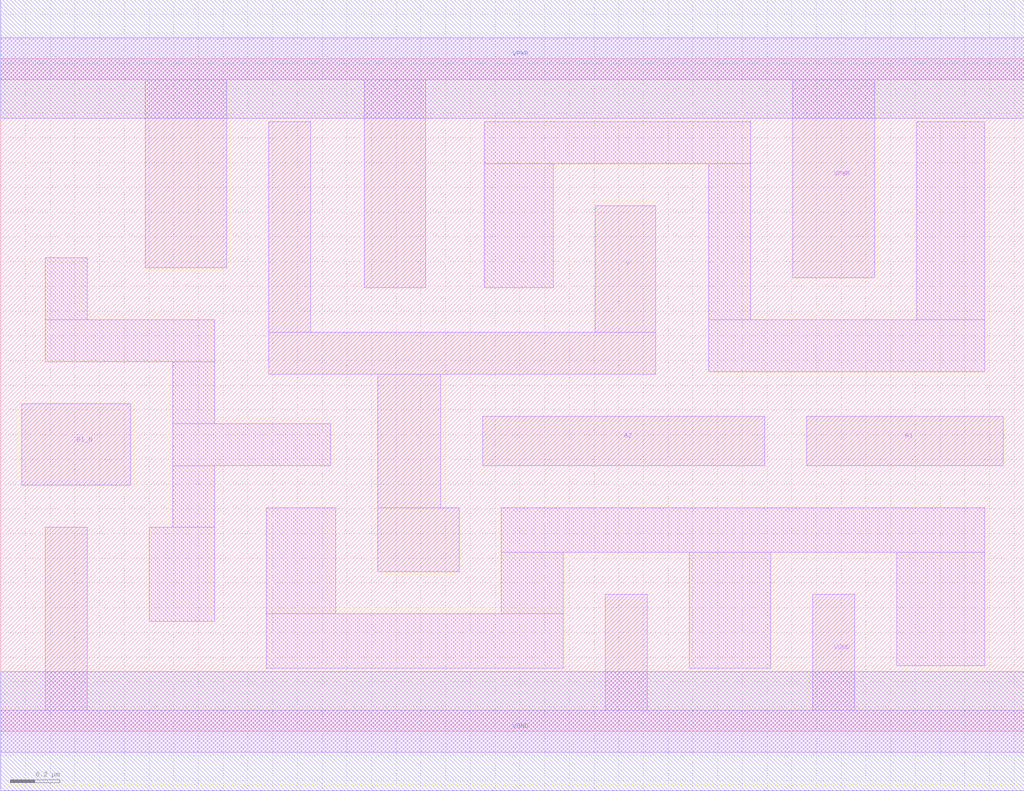
<source format=lef>
# Copyright 2020 The SkyWater PDK Authors
#
# Licensed under the Apache License, Version 2.0 (the "License");
# you may not use this file except in compliance with the License.
# You may obtain a copy of the License at
#
#     https://www.apache.org/licenses/LICENSE-2.0
#
# Unless required by applicable law or agreed to in writing, software
# distributed under the License is distributed on an "AS IS" BASIS,
# WITHOUT WARRANTIES OR CONDITIONS OF ANY KIND, either express or implied.
# See the License for the specific language governing permissions and
# limitations under the License.
#
# SPDX-License-Identifier: Apache-2.0

VERSION 5.5 ;
NAMESCASESENSITIVE ON ;
BUSBITCHARS "[]" ;
DIVIDERCHAR "/" ;
MACRO sky130_fd_sc_hd__o21bai_2
  CLASS CORE ;
  SOURCE USER ;
  ORIGIN  0.000000  0.000000 ;
  SIZE  4.140000 BY  2.720000 ;
  SYMMETRY X Y R90 ;
  SITE unithd ;
  PIN A1
    ANTENNAGATEAREA  0.495000 ;
    DIRECTION INPUT ;
    USE SIGNAL ;
    PORT
      LAYER li1 ;
        RECT 3.260000 1.075000 4.055000 1.275000 ;
    END
  END A1
  PIN A2
    ANTENNAGATEAREA  0.495000 ;
    DIRECTION INPUT ;
    USE SIGNAL ;
    PORT
      LAYER li1 ;
        RECT 1.950000 1.075000 3.090000 1.275000 ;
    END
  END A2
  PIN B1_N
    ANTENNAGATEAREA  0.126000 ;
    DIRECTION INPUT ;
    USE SIGNAL ;
    PORT
      LAYER li1 ;
        RECT 0.085000 0.995000 0.525000 1.325000 ;
    END
  END B1_N
  PIN Y
    ANTENNADIFFAREA  0.715500 ;
    DIRECTION OUTPUT ;
    USE SIGNAL ;
    PORT
      LAYER li1 ;
        RECT 1.085000 1.445000 2.650000 1.615000 ;
        RECT 1.085000 1.615000 1.255000 2.465000 ;
        RECT 1.525000 0.645000 1.855000 0.905000 ;
        RECT 1.525000 0.905000 1.780000 1.445000 ;
        RECT 2.405000 1.615000 2.650000 2.125000 ;
    END
  END Y
  PIN VGND
    DIRECTION INOUT ;
    SHAPE ABUTMENT ;
    USE GROUND ;
    PORT
      LAYER li1 ;
        RECT 0.000000 -0.085000 4.140000 0.085000 ;
        RECT 0.180000  0.085000 0.350000 0.825000 ;
        RECT 2.445000  0.085000 2.615000 0.555000 ;
        RECT 3.285000  0.085000 3.455000 0.555000 ;
    END
    PORT
      LAYER met1 ;
        RECT 0.000000 -0.240000 4.140000 0.240000 ;
    END
  END VGND
  PIN VPWR
    DIRECTION INOUT ;
    SHAPE ABUTMENT ;
    USE POWER ;
    PORT
      LAYER li1 ;
        RECT 0.000000 2.635000 4.140000 2.805000 ;
        RECT 0.585000 1.875000 0.915000 2.635000 ;
        RECT 1.470000 1.795000 1.720000 2.635000 ;
        RECT 3.205000 1.835000 3.535000 2.635000 ;
    END
    PORT
      LAYER met1 ;
        RECT 0.000000 2.480000 4.140000 2.960000 ;
    END
  END VPWR
  OBS
    LAYER li1 ;
      RECT 0.180000 1.495000 0.865000 1.665000 ;
      RECT 0.180000 1.665000 0.350000 1.915000 ;
      RECT 0.600000 0.445000 0.865000 0.825000 ;
      RECT 0.695000 0.825000 0.865000 1.075000 ;
      RECT 0.695000 1.075000 1.335000 1.245000 ;
      RECT 0.695000 1.245000 0.865000 1.495000 ;
      RECT 1.075000 0.255000 2.275000 0.475000 ;
      RECT 1.075000 0.475000 1.355000 0.905000 ;
      RECT 1.955000 1.795000 2.235000 2.295000 ;
      RECT 1.955000 2.295000 3.035000 2.465000 ;
      RECT 2.025000 0.475000 2.275000 0.725000 ;
      RECT 2.025000 0.725000 3.980000 0.905000 ;
      RECT 2.785000 0.255000 3.115000 0.725000 ;
      RECT 2.865000 1.455000 3.980000 1.665000 ;
      RECT 2.865000 1.665000 3.035000 2.295000 ;
      RECT 3.625000 0.265000 3.980000 0.725000 ;
      RECT 3.705000 1.665000 3.980000 2.465000 ;
  END
END sky130_fd_sc_hd__o21bai_2
END LIBRARY

</source>
